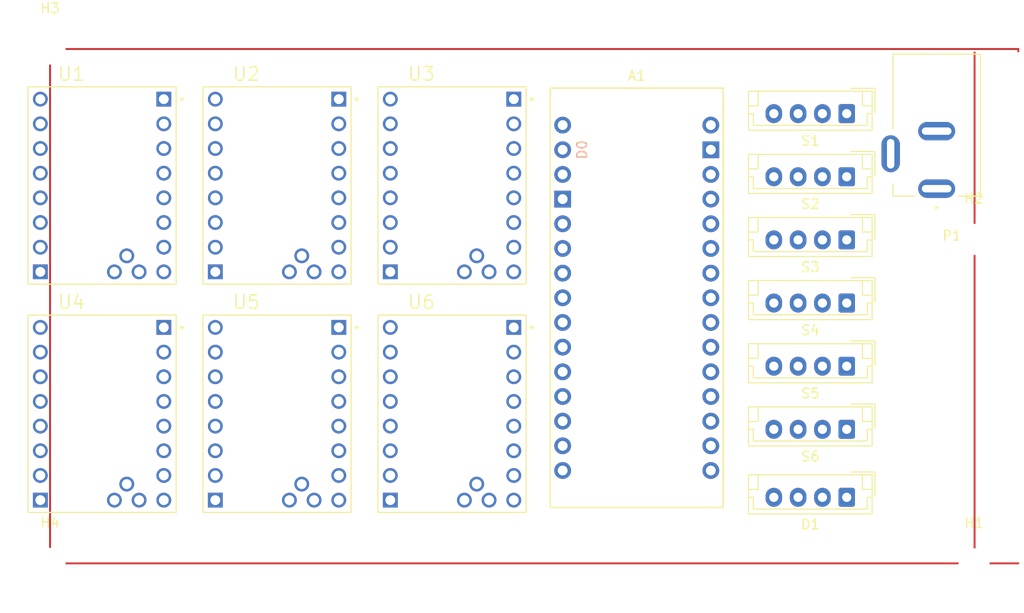
<source format=kicad_pcb>
(kicad_pcb (version 20240108) (generator "pcbnew") (generator_version "8.0")
  (layers (0 "F.Cu" signal) (31 "B.Cu" signal) (34 "B.Paste" user) (35 "F.Paste" user) (36 "B.SilkS" user "B.Silkscreen") (37 "F.SilkS" user "F.Silkscreen") (38 "B.Mask" user) (39 "F.Mask" user) (44 "Edge.Cuts" user))
  (net 0 "")
  (net 1 "S2")
  (net 2 "12v GND")
  (net 3 "S3")
  (net 6 "S5")
  (net 7 "D6")
  (net 8 "S6")
  (net 10 "12v")
  (net 16 "S1")
  (net 17 "D2")
  (net 18 "D5")
  (net 20 "D3")
  (net 22 "SDA")
  (net 23 "D1")
  (net 25 "D4")
  (net 26 "SCL")
  (net 28 "S4")
  (net 29 "5v")
  (net 30 "1 B+")
  (net 31 "1 B-")
  (net 32 "1 A-")
  (net 33 "1 A+")
  (net 34 "2 A+")
  (net 35 "2 A-")
  (net 36 "2 B-")
  (net 37 "2 B+")
  (net 38 "3 B-")
  (net 39 "3 B+")
  (net 40 "3 A+")
  (net 41 "3 A-")
  (net 42 "4 A+")
  (net 43 "4 B-")
  (net 44 "4 B+")
  (net 45 "4 A-")
  (net 46 "5 A-")
  (net 47 "5 B+")
  (net 48 "5 A+")
  (net 49 "5 B-")
  (net 50 "6 A+")
  (net 51 "6 B+")
  (net 52 "6 B-")
  (net 53 "6 A-")
  (footprint "Connector_JST:JST_EH_B4B-EH-A_1x04_P2.50mm_Vertical" (layer "F.Cu") (at 120.95 40.75 180)
    (property "Reference" "S2" (at 3.75 -2.8 360) (layer "F.SilkS"))
    (property "Value" "Conn_01x04" (hide yes))
    (fp_line (start 10.11 2.31) (end 10.11 -1.71) (stroke (width 0.12)) (layer "F.SilkS"))
    (fp_line (start 10.11 0.81) (end 9.11 0.81) (stroke (width 0.12)) (layer "F.SilkS"))
    (fp_line (start 10.11 -1.71) (end -2.61 -1.71) (stroke (width 0.12)) (layer "F.SilkS"))
    (fp_line (start 9.61 0) (end 10.11 0) (stroke (width 0.12)) (layer "F.SilkS"))
    (fp_line (start 9.61 -1.21) (end 9.61 0) (stroke (width 0.12)) (layer "F.SilkS"))
    (fp_line (start 9.11 0.81) (end 9.11 2.31) (stroke (width 0.12)) (layer "F.SilkS"))
    (fp_line (start -1.61 0.81) (end -1.61 2.31) (stroke (width 0.12)) (layer "F.SilkS"))
    (fp_line (start -2.11 0) (end -2.11 -1.21) (stroke (width 0.12)) (layer "F.SilkS"))
    (fp_line (start -2.11 -1.21) (end 9.61 -1.21) (stroke (width 0.12)) (layer "F.SilkS"))
    (fp_line (start -2.61 2.31) (end 10.11 2.31) (stroke (width 0.12)) (layer "F.SilkS"))
    (fp_line (start -2.61 0.81) (end -1.61 0.81) (stroke (width 0.12)) (layer "F.SilkS"))
    (fp_line (start -2.61 0) (end -2.11 0) (stroke (width 0.12)) (layer "F.SilkS"))
    (fp_line (start -2.61 -1.71) (end -2.61 2.31) (stroke (width 0.12)) (layer "F.SilkS"))
    (fp_line (start -2.91 2.61) (end -0.41 2.61) (stroke (width 0.12)) (layer "F.SilkS"))
    (fp_line (start -2.91 0.11) (end -2.91 2.61) (stroke (width 0.12)) (layer "F.SilkS"))
    (pad "1" thru_hole roundrect (at 0 0 180) (size 1.7 1.95) (drill 0.95) (layers "*.Cu" "*.Mask") (roundrect_rratio 0.147059) (net 34 "2 A+"))
    (pad "2" thru_hole oval (at 2.5 0 180) (size 1.7 1.95) (drill 0.95) (layers "*.Cu" "*.Mask") (net 37 "2 B+"))
    (pad "3" thru_hole oval (at 5 0 180) (size 1.7 1.95) (drill 0.95) (layers "*.Cu" "*.Mask") (net 35 "2 A-"))
    (pad "4" thru_hole oval (at 7.5 0 180) (size 1.7 1.95) (drill 0.95) (layers "*.Cu" "*.Mask") (net 36 "2 B-"))
  )
  (footprint "Barrel Jack:MPD_EJ503A" (layer "F.Cu") (at 130.2 35.44 180)
    (property "Reference" "P1" (at -1.575 -11.375 360) (layer "F.SilkS"))
    (property "Value" "EJ503A")
    (fp_line (start 4.5 7.31) (end 4.5 -0.4) (stroke (width 0.127)) (layer "F.SilkS"))
    (fp_line (start 4.5 -6.08) (end 4.5 -7.31) (stroke (width 0.127)) (layer "F.SilkS"))
    (fp_line (start 4.5 -7.31) (end 2.22 -7.31) (stroke (width 0.127)) (layer "F.SilkS"))
    (fp_line (start -2.22 -7.31) (end -4.5 -7.31) (stroke (width 0.127)) (layer "F.SilkS"))
    (fp_line (start -4.5 7.31) (end 4.5 7.31) (stroke (width 0.127)) (layer "F.SilkS"))
    (fp_line (start -4.5 -7.31) (end -4.5 7.31) (stroke (width 0.127)) (layer "F.SilkS"))
    (fp_circle (center 0 -8.49) (end 0.1 -8.49) (stroke (width 0.2)) (fill none) (layer "F.SilkS"))
    (pad "1" thru_hole oval (at 0 -6.54 180) (size 3.8 1.9) (drill oval 3.05 0.76) (layers "*.Cu" "*.Mask") (net 10 "12v"))
    (pad "2" thru_hole oval (at 0 -0.61 180) (size 3.8 1.9) (drill oval 3.05 0.76) (layers "*.Cu" "*.Mask") (net 2 "12v GND"))
    (pad "3" thru_hole oval (at 4.73 -2.94 180) (size 1.9 3.8) (drill oval 0.76 3.05) (layers "*.Cu" "*.Mask"))
  )
  (footprint "Connector_JST:JST_EH_B4B-EH-A_1x04_P2.50mm_Vertical" (layer "F.Cu") (at 120.95 66.75 180)
    (property "Reference" "S6" (at 3.75 -2.8 360) (layer "F.SilkS"))
    (property "Value" "Conn_01x04" (hide yes))
    (fp_line (start 10.11 2.31) (end 10.11 -1.71) (stroke (width 0.12)) (layer "F.SilkS"))
    (fp_line (start 10.11 0.81) (end 9.11 0.81) (stroke (width 0.12)) (layer "F.SilkS"))
    (fp_line (start 10.11 -1.71) (end -2.61 -1.71) (stroke (width 0.12)) (layer "F.SilkS"))
    (fp_line (start 9.61 0) (end 10.11 0) (stroke (width 0.12)) (layer "F.SilkS"))
    (fp_line (start 9.61 -1.21) (end 9.61 0) (stroke (width 0.12)) (layer "F.SilkS"))
    (fp_line (start 9.11 0.81) (end 9.11 2.31) (stroke (width 0.12)) (layer "F.SilkS"))
    (fp_line (start -1.61 0.81) (end -1.61 2.31) (stroke (width 0.12)) (layer "F.SilkS"))
    (fp_line (start -2.11 0) (end -2.11 -1.21) (stroke (width 0.12)) (layer "F.SilkS"))
    (fp_line (start -2.11 -1.21) (end 9.61 -1.21) (stroke (width 0.12)) (layer "F.SilkS"))
    (fp_line (start -2.61 2.31) (end 10.11 2.31) (stroke (width 0.12)) (layer "F.SilkS"))
    (fp_line (start -2.61 0.81) (end -1.61 0.81) (stroke (width 0.12)) (layer "F.SilkS"))
    (fp_line (start -2.61 0) (end -2.11 0) (stroke (width 0.12)) (layer "F.SilkS"))
    (fp_line (start -2.61 -1.71) (end -2.61 2.31) (stroke (width 0.12)) (layer "F.SilkS"))
    (fp_line (start -2.91 2.61) (end -0.41 2.61) (stroke (width 0.12)) (layer "F.SilkS"))
    (fp_line (start -2.91 0.11) (end -2.91 2.61) (stroke (width 0.12)) (layer "F.SilkS"))
    (pad "1" thru_hole roundrect (at 0 0 180) (size 1.7 1.95) (drill 0.95) (layers "*.Cu" "*.Mask") (roundrect_rratio 0.147059) (net 52 "6 B-"))
    (pad "2" thru_hole oval (at 2.5 0 180) (size 1.7 1.95) (drill 0.95) (layers "*.Cu" "*.Mask") (net 53 "6 A-"))
    (pad "3" thru_hole oval (at 5 0 180) (size 1.7 1.95) (drill 0.95) (layers "*.Cu" "*.Mask") (net 51 "6 B+"))
    (pad "4" thru_hole oval (at 7.5 0 180) (size 1.7 1.95) (drill 0.95) (layers "*.Cu" "*.Mask") (net 50 "6 A+"))
  )
  (footprint "TMC2208:MODULE_TMC2208_SILENTSTEPSTICK" (layer "F.Cu") (at 62.35 41.65)
    (property "Reference" "U2" (at -3.155 -11.489 0) (layer "F.SilkS") (effects (font (size 1.4 1.4))))
    (property "Value" "TMC2208_SILENTSTEPSTICK" (hide yes))
    (fp_line (start -7.62 -10.16) (end -7.62 10.16) (stroke (width 0.127)) (layer "F.SilkS"))
    (fp_line (start -7.62 10.16) (end 7.62 10.16) (stroke (width 0.127)) (layer "F.SilkS"))
    (fp_line (start 7.62 -10.16) (end -7.62 -10.16) (stroke (width 0.127)) (layer "F.SilkS"))
    (fp_line (start 7.62 10.16) (end 7.62 -10.16) (stroke (width 0.127)) (layer "F.SilkS"))
    (fp_circle (center 8.21 -8.89) (end 8.31 -8.89) (stroke (width 0.2)) (fill none) (layer "F.SilkS"))
    (pad "JP1_1" thru_hole rect (at 6.35 -8.89) (size 1.524 1.524) (drill 1.016) (layers "*.Cu" "*.Mask") (net 17 "D2"))
    (pad "JP1_2" thru_hole circle (at 6.35 -6.35) (size 1.524 1.524) (drill 1.016) (layers "*.Cu" "*.Mask") (net 1 "S2"))
    (pad "JP1_3" thru_hole circle (at 6.35 -3.81) (size 1.524 1.524) (drill 1.016) (layers "*.Cu" "*.Mask"))
    (pad "JP1_4" thru_hole circle (at 6.35 -1.27) (size 1.524 1.524) (drill 1.016) (layers "*.Cu" "*.Mask"))
    (pad "JP1_5" thru_hole circle (at 6.35 1.27) (size 1.524 1.524) (drill 1.016) (layers "*.Cu" "*.Mask"))
    (pad "JP1_6" thru_hole circle (at 6.35 3.81) (size 1.524 1.524) (drill 1.016) (layers "*.Cu" "*.Mask"))
    (pad "JP1_7" thru_hole circle (at 6.35 6.35) (size 1.524 1.524) (drill 1.016) (layers "*.Cu" "*.Mask"))
    (pad "JP1_8" thru_hole circle (at 6.35 8.89) (size 1.524 1.524) (drill 1.016) (layers "*.Cu" "*.Mask"))
    (pad "JP2_1" thru_hole rect (at -6.35 8.89) (size 1.524 1.524) (drill 1.016) (layers "*.Cu" "*.Mask") (net 10 "12v"))
    (pad "JP2_2" thru_hole circle (at -6.35 6.35) (size 1.524 1.524) (drill 1.016) (layers "*.Cu" "*.Mask") (net 2 "12v GND"))
    (pad "JP2_3" thru_hole circle (at -6.35 3.81) (size 1.524 1.524) (drill 1.016) (layers "*.Cu" "*.Mask") (net 35 "2 A-"))
    (pad "JP2_4" thru_hole circle (at -6.35 1.27) (size 1.524 1.524) (drill 1.016) (layers "*.Cu" "*.Mask") (net 34 "2 A+"))
    (pad "JP2_5" thru_hole circle (at -6.35 -1.27) (size 1.524 1.524) (drill 1.016) (layers "*.Cu" "*.Mask") (net 37 "2 B+"))
    (pad "JP2_6" thru_hole circle (at -6.35 -3.81) (size 1.524 1.524) (drill 1.016) (layers "*.Cu" "*.Mask") (net 36 "2 B-"))
    (pad "JP2_7" thru_hole circle (at -6.35 -6.35) (size 1.524 1.524) (drill 1.016) (layers "*.Cu" "*.Mask") (net 29 "5v"))
    (pad "JP2_8" thru_hole circle (at -6.35 -8.89) (size 1.524 1.524) (drill 1.016) (layers "*.Cu" "*.Mask") (net 2 "12v GND"))
    (pad "JP3_1" thru_hole circle (at 1.27 8.89) (size 1.524 1.524) (drill 1.016) (layers "*.Cu" "*.Mask"))
    (pad "JP3_2" thru_hole circle (at 3.81 8.89) (size 1.524 1.524) (drill 1.016) (layers "*.Cu" "*.Mask"))
    (pad "VREF" thru_hole circle (at 2.54 7.239) (size 1.524 1.524) (drill 1.016) (layers "*.Cu" "*.Mask"))
  )
  (footprint "MountingHole:MountingHole_3.2mm_M3" (layer "F.Cu") (at 39 80.55)
    (property "Reference" "H4" (at 0 -4.2 0) (layer "F.SilkS"))
    (property "Value" "MountingHole")
    (pad "" np_thru_hole circle (at 0 0) (size 3.2 3.2) (drill 3.2) (layers "*.Cu" "*.Mask"))
  )
  (footprint "MountingHole:MountingHole_3.2mm_M3" (layer "F.Cu") (at 39 27.6)
    (property "Reference" "H3" (at 0 -4.2 0) (layer "F.SilkS"))
    (property "Value" "MountingHole")
    (pad "" np_thru_hole circle (at 0 0) (size 3.2 3.2) (drill 3.2) (layers "*.Cu" "*.Mask"))
  )
  (footprint "PCM_arduino-library:Arduino_Nano_ESP32_Socket" (layer "F.Cu") (at 99.35 74.8)
    (property "Reference" "A1" (at 0 -44.45 0) (layer "F.SilkS"))
    (property "Value" "Arduino_Nano_ESP32_Socket")
    (fp_line (start -8.89 -43.18) (end -8.89 0) (stroke (width 0.15)) (layer "F.SilkS"))
    (fp_line (start -8.89 -43.18) (end 8.89 -43.18) (stroke (width 0.15)) (layer "F.SilkS"))
    (fp_line (start -8.89 0) (end 8.89 0) (stroke (width 0.15)) (layer "F.SilkS"))
    (fp_line (start 8.89 -43.18) (end 8.89 0) (stroke (width 0.15)) (layer "F.SilkS"))
    (fp_text user "D0" (at -5.715 -36.83 -90) (layer "B.SilkS") (effects (justify mirror)))
    (fp_text user "D0" (at -5.715 -36.83 -90) (layer "F.SilkS"))
    (pad "" np_thru_hole circle (at -7.62 -41.91) (size 1.8 1.8) (drill 1.8) (layers "F&B.Cu" "*.Mask"))
    (pad "" np_thru_hole circle (at -7.62 -1.27) (size 1.8 1.8) (drill 1.8) (layers "F&B.Cu" "*.Mask"))
    (pad "" np_thru_hole circle (at 7.62 -41.91) (size 1.8 1.8) (drill 1.8) (layers "F&B.Cu" "*.Mask"))
    (pad "" np_thru_hole circle (at 7.62 -1.27) (size 1.8 1.8) (drill 1.8) (layers "F&B.Cu" "*.Mask"))
    (pad "3V3" thru_hole circle (at 7.62 -6.35) (size 1.7272 1.7272) (drill 1.016) (layers "*.Cu" "*.Mask"))
    (pad "5V" thru_hole circle (at 7.62 -31.75) (size 1.7272 1.7272) (drill 1.016) (layers "*.Cu" "*.Mask") (net 29 "5v"))
    (pad "A0" thru_hole circle (at 7.62 -11.43) (size 1.7272 1.7272) (drill 1.016) (layers "*.Cu" "*.Mask"))
    (pad "A1" thru_hole circle (at 7.62 -13.97) (size 1.7272 1.7272) (drill 1.016) (layers "*.Cu" "*.Mask"))
    (pad "A2" thru_hole circle (at 7.62 -16.51) (size 1.7272 1.7272) (drill 1.016) (layers "*.Cu" "*.Mask"))
    (pad "A3" thru_hole circle (at 7.62 -19.05) (size 1.7272 1.7272) (drill 1.016) (layers "*.Cu" "*.Mask"))
    (pad "A4" thru_hole circle (at 7.62 -21.59) (size 1.7272 1.7272) (drill 1.016) (layers "*.Cu" "*.Mask") (net 22 "SDA"))
    (pad "A5" thru_hole circle (at 7.62 -24.13) (size 1.7272 1.7272) (drill 1.016) (layers "*.Cu" "*.Mask") (net 26 "SCL"))
    (pad "A6" thru_hole circle (at 7.62 -26.67) (size 1.7272 1.7272) (drill 1.016) (layers "*.Cu" "*.Mask"))
    (pad "A7" thru_hole circle (at 7.62 -29.21) (size 1.7272 1.7272) (drill 1.016) (layers "*.Cu" "*.Mask"))
    (pad "B0" thru_hole circle (at 7.62 -8.89) (size 1.7272 1.7272) (drill 1.016) (layers "*.Cu" "*.Mask"))
    (pad "B1" thru_hole circle (at 7.62 -34.29) (size 1.7272 1.7272) (drill 1.016) (layers "*.Cu" "*.Mask"))
    (pad "D0" thru_hole circle (at -7.62 -36.83) (size 1.7272 1.7272) (drill 1.016) (layers "*.Cu" "*.Mask"))
    (pad "D1" thru_hole circle (at -7.62 -39.37) (size 1.7272 1.7272) (drill 1.016) (layers "*.Cu" "*.Mask"))
    (pad "D2" thru_hole circle (at -7.62 -29.21) (size 1.7272 1.7272) (drill 1.016) (layers "*.Cu" "*.Mask") (net 16 "S1"))
    (pad "D3" thru_hole circle (at -7.62 -26.67) (size 1.7272 1.7272) (drill 1.016) (layers "*.Cu" "*.Mask") (net 23 "D1"))
    (pad "D4" thru_hole circle (at -7.62 -24.13) (size 1.7272 1.7272) (drill 1.016) (layers "*.Cu" "*.Mask") (net 1 "S2"))
    (pad "D5" thru_hole circle (at -7.62 -21.59) (size 1.7272 1.7272) (drill 1.016) (layers "*.Cu" "*.Mask") (net 17 "D2"))
    (pad "D6" thru_hole circle (at -7.62 -19.05) (size 1.7272 1.7272) (drill 1.016) (layers "*.Cu" "*.Mask") (net 3 "S3"))
    (pad "D7" thru_hole circle (at -7.62 -16.51) (size 1.7272 1.7272) (drill 1.016) (layers "*.Cu" "*.Mask") (net 20 "D3"))
    (pad "D8" thru_hole circle (at -7.62 -13.97) (size 1.7272 1.7272) (drill 1.016) (layers "*.Cu" "*.Mask") (net 28 "S4"))
    (pad "D9" thru_hole circle (at -7.62 -11.43) (size 1.7272 1.7272) (drill 1.016) (layers "*.Cu" "*.Mask") (net 25 "D4"))
    (pad "D10" thru_hole circle (at -7.62 -8.89) (size 1.7272 1.7272) (drill 1.016) (layers "*.Cu" "*.Mask") (net 6 "S5"))
    (pad "D11" thru_hole circle (at -7.62 -6.35) (size 1.7272 1.7272) (drill 1.016) (layers "*.Cu" "*.Mask") (net 18 "D5"))
    (pad "D12" thru_hole circle (at -7.62 -3.81) (size 1.7272 1.7272) (drill 1.016) (layers "*.Cu" "*.Mask") (net 8 "S6"))
    (pad "D13" thru_hole circle (at 7.62 -3.81) (size 1.7272 1.7272) (drill 1.016) (layers "*.Cu" "*.Mask") (net 7 "D6"))
    (pad "GND1" thru_hole rect (at -7.62 -31.75) (size 1.7272 1.7272) (drill 1.016) (layers "*.Cu" "*.Mask") (net 2 "12v GND"))
    (pad "GND2" thru_hole rect (at 7.62 -36.83) (size 1.7272 1.7272) (drill 1.016) (layers "*.Cu" "*.Mask") (net 2 "12v GND"))
    (pad "RST" thru_hole circle (at -7.62 -34.29) (size 1.7272 1.7272) (drill 1.016) (layers "*.Cu" "*.Mask"))
    (pad "VIN" thru_hole circle (at 7.62 -39.37) (size 1.7272 1.7272) (drill 1.016) (layers "*.Cu" "*.Mask") (net 10 "12v"))
  )
  (footprint "TMC2208:MODULE_TMC2208_SILENTSTEPSTICK" (layer "F.Cu") (at 80.35 41.65)
    (property "Reference" "U3" (at -3.155 -11.489 0) (layer "F.SilkS") (effects (font (size 1.4 1.4))))
    (property "Value" "TMC2208_SILENTSTEPSTICK" (hide yes))
    (fp_line (start -7.62 -10.16) (end -7.62 10.16) (stroke (width 0.127)) (layer "F.SilkS"))
    (fp_line (start -7.62 10.16) (end 7.62 10.16) (stroke (width 0.127)) (layer "F.SilkS"))
    (fp_line (start 7.62 -10.16) (end -7.62 -10.16) (stroke (width 0.127)) (layer "F.SilkS"))
    (fp_line (start 7.62 10.16) (end 7.62 -10.16) (stroke (width 0.127)) (layer "F.SilkS"))
    (fp_circle (center 8.21 -8.89) (end 8.31 -8.89) (stroke (width 0.2)) (fill none) (layer "F.SilkS"))
    (pad "JP1_1" thru_hole rect (at 6.35 -8.89) (size 1.524 1.524) (drill 1.016) (layers "*.Cu" "*.Mask") (net 20 "D3"))
    (pad "JP1_2" thru_hole circle (at 6.35 -6.35) (size 1.524 1.524) (drill 1.016) (layers "*.Cu" "*.Mask") (net 3 "S3"))
    (pad "JP1_3" thru_hole circle (at 6.35 -3.81) (size 1.524 1.524) (drill 1.016) (layers "*.Cu" "*.Mask"))
    (pad "JP1_4" thru_hole circle (at 6.35 -1.27) (size 1.524 1.524) (drill 1.016) (layers "*.Cu" "*.Mask"))
    (pad "JP1_5" thru_hole circle (at 6.35 1.27) (size 1.524 1.524) (drill 1.016) (layers "*.Cu" "*.Mask"))
    (pad "JP1_6" thru_hole circle (at 6.35 3.81) (size 1.524 1.524) (drill 1.016) (layers "*.Cu" "*.Mask"))
    (pad "JP1_7" thru_hole circle (at 6.35 6.35) (size 1.524 1.524) (drill 1.016) (layers "*.Cu" "*.Mask"))
    (pad "JP1_8" thru_hole circle (at 6.35 8.89) (size 1.524 1.524) (drill 1.016) (layers "*.Cu" "*.Mask"))
    (pad "JP2_1" thru_hole rect (at -6.35 8.89) (size 1.524 1.524) (drill 1.016) (layers "*.Cu" "*.Mask") (net 10 "12v"))
    (pad "JP2_2" thru_hole circle (at -6.35 6.35) (size 1.524 1.524) (drill 1.016) (layers "*.Cu" "*.Mask") (net 2 "12v GND"))
    (pad "JP2_3" thru_hole circle (at -6.35 3.81) (size 1.524 1.524) (drill 1.016) (layers "*.Cu" "*.Mask") (net 41 "3 A-"))
    (pad "JP2_4" thru_hole circle (at -6.35 1.27) (size 1.524 1.524) (drill 1.016) (layers "*.Cu" "*.Mask") (net 40 "3 A+"))
    (pad "JP2_5" thru_hole circle (at -6.35 -1.27) (size 1.524 1.524) (drill 1.016) (layers "*.Cu" "*.Mask") (net 39 "3 B+"))
    (pad "JP2_6" thru_hole circle (at -6.35 -3.81) (size 1.524 1.524) (drill 1.016) (layers "*.Cu" "*.Mask") (net 38 "3 B-"))
    (pad "JP2_7" thru_hole circle (at -6.35 -6.35) (size 1.524 1.524) (drill 1.016) (layers "*.Cu" "*.Mask") (net 29 "5v"))
    (pad "JP2_8" thru_hole circle (at -6.35 -8.89) (size 1.524 1.524) (drill 1.016) (layers "*.Cu" "*.Mask") (net 2 "12v GND"))
    (pad "JP3_1" thru_hole circle (at 1.27 8.89) (size 1.524 1.524) (drill 1.016) (layers "*.Cu" "*.Mask"))
    (pad "JP3_2" thru_hole circle (at 3.81 8.89) (size 1.524 1.524) (drill 1.016) (layers "*.Cu" "*.Mask"))
    (pad "VREF" thru_hole circle (at 2.54 7.239) (size 1.524 1.524) (drill 1.016) (layers "*.Cu" "*.Mask"))
  )
  (footprint "Connector_JST:JST_EH_B4B-EH-A_1x04_P2.50mm_Vertical" (layer "F.Cu") (at 120.95 60.25 180)
    (property "Reference" "S5" (at 3.75 -2.8 360) (layer "F.SilkS"))
    (property "Value" "Conn_01x04" (hide yes))
    (fp_line (start 10.11 2.31) (end 10.11 -1.71) (stroke (width 0.12)) (layer "F.SilkS"))
    (fp_line (start 10.11 0.81) (end 9.11 0.81) (stroke (width 0.12)) (layer "F.SilkS"))
    (fp_line (start 10.11 -1.71) (end -2.61 -1.71) (stroke (width 0.12)) (layer "F.SilkS"))
    (fp_line (start 9.61 0) (end 10.11 0) (stroke (width 0.12)) (layer "F.SilkS"))
    (fp_line (start 9.61 -1.21) (end 9.61 0) (stroke (width 0.12)) (layer "F.SilkS"))
    (fp_line (start 9.11 0.81) (end 9.11 2.31) (stroke (width 0.12)) (layer "F.SilkS"))
    (fp_line (start -1.61 0.81) (end -1.61 2.31) (stroke (width 0.12)) (layer "F.SilkS"))
    (fp_line (start -2.11 0) (end -2.11 -1.21) (stroke (width 0.12)) (layer "F.SilkS"))
    (fp_line (start -2.11 -1.21) (end 9.61 -1.21) (stroke (width 0.12)) (layer "F.SilkS"))
    (fp_line (start -2.61 2.31) (end 10.11 2.31) (stroke (width 0.12)) (layer "F.SilkS"))
    (fp_line (start -2.61 0.81) (end -1.61 0.81) (stroke (width 0.12)) (layer "F.SilkS"))
    (fp_line (start -2.61 0) (end -2.11 0) (stroke (width 0.12)) (layer "F.SilkS"))
    (fp_line (start -2.61 -1.71) (end -2.61 2.31) (stroke (width 0.12)) (layer "F.SilkS"))
    (fp_line (start -2.91 2.61) (end -0.41 2.61) (stroke (width 0.12)) (layer "F.SilkS"))
    (fp_line (start -2.91 0.11) (end -2.91 2.61) (stroke (width 0.12)) (layer "F.SilkS"))
    (pad "1" thru_hole roundrect (at 0 0 180) (size 1.7 1.95) (drill 0.95) (layers "*.Cu" "*.Mask") (roundrect_rratio 0.147059) (net 49 "5 B-"))
    (pad "2" thru_hole oval (at 2.5 0 180) (size 1.7 1.95) (drill 0.95) (layers "*.Cu" "*.Mask") (net 46 "5 A-"))
    (pad "3" thru_hole oval (at 5 0 180) (size 1.7 1.95) (drill 0.95) (layers "*.Cu" "*.Mask") (net 47 "5 B+"))
    (pad "4" thru_hole oval (at 7.5 0 180) (size 1.7 1.95) (drill 0.95) (layers "*.Cu" "*.Mask") (net 48 "5 A+"))
  )
  (footprint "Connector_JST:JST_EH_B4B-EH-A_1x04_P2.50mm_Vertical" (layer "F.Cu") (at 120.95 53.75 180)
    (property "Reference" "S4" (at 3.75 -2.8 360) (layer "F.SilkS"))
    (property "Value" "Conn_01x04" (hide yes))
    (fp_line (start 10.11 2.31) (end 10.11 -1.71) (stroke (width 0.12)) (layer "F.SilkS"))
    (fp_line (start 10.11 0.81) (end 9.11 0.81) (stroke (width 0.12)) (layer "F.SilkS"))
    (fp_line (start 10.11 -1.71) (end -2.61 -1.71) (stroke (width 0.12)) (layer "F.SilkS"))
    (fp_line (start 9.61 0) (end 10.11 0) (stroke (width 0.12)) (layer "F.SilkS"))
    (fp_line (start 9.61 -1.21) (end 9.61 0) (stroke (width 0.12)) (layer "F.SilkS"))
    (fp_line (start 9.11 0.81) (end 9.11 2.31) (stroke (width 0.12)) (layer "F.SilkS"))
    (fp_line (start -1.61 0.81) (end -1.61 2.31) (stroke (width 0.12)) (layer "F.SilkS"))
    (fp_line (start -2.11 0) (end -2.11 -1.21) (stroke (width 0.12)) (layer "F.SilkS"))
    (fp_line (start -2.11 -1.21) (end 9.61 -1.21) (stroke (width 0.12)) (layer "F.SilkS"))
    (fp_line (start -2.61 2.31) (end 10.11 2.31) (stroke (width 0.12)) (layer "F.SilkS"))
    (fp_line (start -2.61 0.81) (end -1.61 0.81) (stroke (width 0.12)) (layer "F.SilkS"))
    (fp_line (start -2.61 0) (end -2.11 0) (stroke (width 0.12)) (layer "F.SilkS"))
    (fp_line (start -2.61 -1.71) (end -2.61 2.31) (stroke (width 0.12)) (layer "F.SilkS"))
    (fp_line (start -2.91 2.61) (end -0.41 2.61) (stroke (width 0.12)) (layer "F.SilkS"))
    (fp_line (start -2.91 0.11) (end -2.91 2.61) (stroke (width 0.12)) (layer "F.SilkS"))
    (pad "1" thru_hole roundrect (at 0 0 180) (size 1.7 1.95) (drill 0.95) (layers "*.Cu" "*.Mask") (roundrect_rratio 0.147059) (net 43 "4 B-"))
    (pad "2" thru_hole oval (at 2.5 0 180) (size 1.7 1.95) (drill 0.95) (layers "*.Cu" "*.Mask") (net 45 "4 A-"))
    (pad "3" thru_hole oval (at 5 0 180) (size 1.7 1.95) (drill 0.95) (layers "*.Cu" "*.Mask") (net 44 "4 B+"))
    (pad "4" thru_hole oval (at 7.5 0 180) (size 1.7 1.95) (drill 0.95) (layers "*.Cu" "*.Mask") (net 42 "4 A+"))
  )
  (footprint "TMC2208:MODULE_TMC2208_SILENTSTEPSTICK" (layer "F.Cu") (at 44.35 65.15)
    (property "Reference" "U4" (at -3.155 -11.489 0) (layer "F.SilkS") (effects (font (size 1.4 1.4))))
    (property "Value" "TMC2208_SILENTSTEPSTICK" (hide yes))
    (fp_line (start -7.62 -10.16) (end -7.62 10.16) (stroke (width 0.127)) (layer "F.SilkS"))
    (fp_line (start -7.62 10.16) (end 7.62 10.16) (stroke (width 0.127)) (layer "F.SilkS"))
    (fp_line (start 7.62 -10.16) (end -7.62 -10.16) (stroke (width 0.127)) (layer "F.SilkS"))
    (fp_line (start 7.62 10.16) (end 7.62 -10.16) (stroke (width 0.127)) (layer "F.SilkS"))
    (fp_circle (center 8.21 -8.89) (end 8.31 -8.89) (stroke (width 0.2)) (fill none) (layer "F.SilkS"))
    (pad "JP1_1" thru_hole rect (at 6.35 -8.89) (size 1.524 1.524) (drill 1.016) (layers "*.Cu" "*.Mask") (net 25 "D4"))
    (pad "JP1_2" thru_hole circle (at 6.35 -6.35) (size 1.524 1.524) (drill 1.016) (layers "*.Cu" "*.Mask") (net 28 "S4"))
    (pad "JP1_3" thru_hole circle (at 6.35 -3.81) (size 1.524 1.524) (drill 1.016) (layers "*.Cu" "*.Mask"))
    (pad "JP1_4" thru_hole circle (at 6.35 -1.27) (size 1.524 1.524) (drill 1.016) (layers "*.Cu" "*.Mask"))
    (pad "JP1_5" thru_hole circle (at 6.35 1.27) (size 1.524 1.524) (drill 1.016) (layers "*.Cu" "*.Mask"))
    (pad "JP1_6" thru_hole circle (at 6.35 3.81) (size 1.524 1.524) (drill 1.016) (layers "*.Cu" "*.Mask"))
    (pad "JP1_7" thru_hole circle (at 6.35 6.35) (size 1.524 1.524) (drill 1.016) (layers "*.Cu" "*.Mask"))
    (pad "JP1_8" thru_hole circle (at 6.35 8.89) (size 1.524 1.524) (drill 1.016) (layers "*.Cu" "*.Mask"))
    (pad "JP2_1" thru_hole rect (at -6.35 8.89) (size 1.524 1.524) (drill 1.016) (layers "*.Cu" "*.Mask") (net 10 "12v"))
    (pad "JP2_2" thru_hole circle (at -6.35 6.35) (size 1.524 1.524) (drill 1.016) (layers "*.Cu" "*.Mask") (net 2 "12v GND"))
    (pad "JP2_3" thru_hole circle (at -6.35 3.81) (size 1.524 1.524) (drill 1.016) (layers "*.Cu" "*.Mask") (net 45 "4 A-"))
    (pad "JP2_4" thru_hole circle (at -6.35 1.27) (size 1.524 1.524) (drill 1.016) (layers "*.Cu" "*.Mask") (net 42 "4 A+"))
    (pad "JP2_5" thru_hole circle (at -6.35 -1.27) (size 1.524 1.524) (drill 1.016) (layers "*.Cu" "*.Mask") (net 44 "4 B+"))
    (pad "JP2_6" thru_hole circle (at -6.35 -3.81) (size 1.524 1.524) (drill 1.016) (layers "*.Cu" "*.Mask") (net 43 "4 B-"))
    (pad "JP2_7" thru_hole circle (at -6.35 -6.35) (size 1.524 1.524) (drill 1.016) (layers "*.Cu" "*.Mask") (net 29 "5v"))
    (pad "JP2_8" thru_hole circle (at -6.35 -8.89) (size 1.524 1.524) (drill 1.016) (layers "*.Cu" "*.Mask") (net 2 "12v GND"))
    (pad "JP3_1" thru_hole circle (at 1.27 8.89) (size 1.524 1.524) (drill 1.016) (layers "*.Cu" "*.Mask"))
    (pad "JP3_2" thru_hole circle (at 3.81 8.89) (size 1.524 1.524) (drill 1.016) (layers "*.Cu" "*.Mask"))
    (pad "VREF" thru_hole circle (at 2.54 7.239) (size 1.524 1.524) (drill 1.016) (layers "*.Cu" "*.Mask"))
  )
  (footprint "Connector_JST:JST_EH_B4B-EH-A_1x04_P2.50mm_Vertical" (layer "F.Cu") (at 120.95 47.25 180)
    (property "Reference" "S3" (at 3.75 -2.8 360) (layer "F.SilkS"))
    (property "Value" "Conn_01x04" (hide yes))
    (fp_line (start 10.11 2.31) (end 10.11 -1.71) (stroke (width 0.12)) (layer "F.SilkS"))
    (fp_line (start 10.11 0.81) (end 9.11 0.81) (stroke (width 0.12)) (layer "F.SilkS"))
    (fp_line (start 10.11 -1.71) (end -2.61 -1.71) (stroke (width 0.12)) (layer "F.SilkS"))
    (fp_line (start 9.61 0) (end 10.11 0) (stroke (width 0.12)) (layer "F.SilkS"))
    (fp_line (start 9.61 -1.21) (end 9.61 0) (stroke (width 0.12)) (layer "F.SilkS"))
    (fp_line (start 9.11 0.81) (end 9.11 2.31) (stroke (width 0.12)) (layer "F.SilkS"))
    (fp_line (start -1.61 0.81) (end -1.61 2.31) (stroke (width 0.12)) (layer "F.SilkS"))
    (fp_line (start -2.11 0) (end -2.11 -1.21) (stroke (width 0.12)) (layer "F.SilkS"))
    (fp_line (start -2.11 -1.21) (end 9.61 -1.21) (stroke (width 0.12)) (layer "F.SilkS"))
    (fp_line (start -2.61 2.31) (end 10.11 2.31) (stroke (width 0.12)) (layer "F.SilkS"))
    (fp_line (start -2.61 0.81) (end -1.61 0.81) (stroke (width 0.12)) (layer "F.SilkS"))
    (fp_line (start -2.61 0) (end -2.11 0) (stroke (width 0.12)) (layer "F.SilkS"))
    (fp_line (start -2.61 -1.71) (end -2.61 2.31) (stroke (width 0.12)) (layer "F.SilkS"))
    (fp_line (start -2.91 2.61) (end -0.41 2.61) (stroke (width 0.12)) (layer "F.SilkS"))
    (fp_line (start -2.91 0.11) (end -2.91 2.61) (stroke (width 0.12)) (layer "F.SilkS"))
    (pad "1" thru_hole roundrect (at 0 0 180) (size 1.7 1.95) (drill 0.95) (layers "*.Cu" "*.Mask") (roundrect_rratio 0.147059) (net 40 "3 A+"))
    (pad "2" thru_hole oval (at 2.5 0 180) (size 1.7 1.95) (drill 0.95) (layers "*.Cu" "*.Mask") (net 39 "3 B+"))
    (pad "3" thru_hole oval (at 5 0 180) (size 1.7 1.95) (drill 0.95) (layers "*.Cu" "*.Mask") (net 41 "3 A-"))
    (pad "4" thru_hole oval (at 7.5 0 180) (size 1.7 1.95) (drill 0.95) (layers "*.Cu" "*.Mask") (net 38 "3 B-"))
  )
  (footprint "MountingHole:MountingHole_3.2mm_M3" (layer "F.Cu") (at 134.05 80.6)
    (property "Reference" "H1" (at 0 -4.2 0) (layer "F.SilkS"))
    (property "Value" "MountingHole")
    (pad "" np_thru_hole circle (at 0 0) (size 3.2 3.2) (drill 3.2) (layers "*.Cu" "*.Mask"))
  )
  (footprint "TMC2208:MODULE_TMC2208_SILENTSTEPSTICK" (layer "F.Cu") (at 80.35 65.15)
    (property "Reference" "U6" (at -3.155 -11.489 0) (layer "F.SilkS") (effects (font (size 1.4 1.4))))
    (property "Value" "TMC2208_SILENTSTEPSTICK" (hide yes))
    (fp_line (start -7.62 -10.16) (end -7.62 10.16) (stroke (width 0.127)) (layer "F.SilkS"))
    (fp_line (start -7.62 10.16) (end 7.62 10.16) (stroke (width 0.127)) (layer "F.SilkS"))
    (fp_line (start 7.62 -10.16) (end -7.62 -10.16) (stroke (width 0.127)) (layer "F.SilkS"))
    (fp_line (start 7.62 10.16) (end 7.62 -10.16) (stroke (width 0.127)) (layer "F.SilkS"))
    (fp_circle (center 8.21 -8.89) (end 8.31 -8.89) (stroke (width 0.2)) (fill none) (layer "F.SilkS"))
    (pad "JP1_1" thru_hole rect (at 6.35 -8.89) (size 1.524 1.524) (drill 1.016) (layers "*.Cu" "*.Mask") (net 7 "D6"))
    (pad "JP1_2" thru_hole circle (at 6.35 -6.35) (size 1.524 1.524) (drill 1.016) (layers "*.Cu" "*.Mask") (net 8 "S6"))
    (pad "JP1_3" thru_hole circle (at 6.35 -3.81) (size 1.524 1.524) (drill 1.016) (layers "*.Cu" "*.Mask"))
    (pad "JP1_4" thru_hole circle (at 6.35 -1.27) (size 1.524 1.524) (drill 1.016) (layers "*.Cu" "*.Mask"))
    (pad "JP1_5" thru_hole circle (at 6.35 1.27) (size 1.524 1.524) (drill 1.016) (layers "*.Cu" "*.Mask"))
    (pad "JP1_6" thru_hole circle (at 6.35 3.81) (size 1.524 1.524) (drill 1.016) (layers "*.Cu" "*.Mask"))
    (pad "JP1_7" thru_hole circle (at 6.35 6.35) (size 1.524 1.524) (drill 1.016) (layers "*.Cu" "*.Mask"))
    (pad "JP1_8" thru_hole circle (at 6.35 8.89) (size 1.524 1.524) (drill 1.016) (layers "*.Cu" "*.Mask"))
    (pad "JP2_1" thru_hole rect (at -6.35 8.89) (size 1.524 1.524) (drill 1.016) (layers "*.Cu" "*.Mask") (net 10 "12v"))
    (pad "JP2_2" thru_hole circle (at -6.35 6.35) (size 1.524 1.524) (drill 1.016) (layers "*.Cu" "*.Mask") (net 2 "12v GND"))
    (pad "JP2_3" thru_hole circle (at -6.35 3.81) (size 1.524 1.524) (drill 1.016) (layers "*.Cu" "*.Mask") (net 53 "6 A-"))
    (pad "JP2_4" thru_hole circle (at -6.35 1.27) (size 1.524 1.524) (drill 1.016) (layers "*.Cu" "*.Mask") (net 50 "6 A+"))
    (pad "JP2_5" thru_hole circle (at -6.35 -1.27) (size 1.524 1.524) (drill 1.016) (layers "*.Cu" "*.Mask") (net 51 "6 B+"))
    (pad "JP2_6" thru_hole circle (at -6.35 -3.81) (size 1.524 1.524) (drill 1.016) (layers "*.Cu" "*.Mask") (net 52 "6 B-"))
    (pad "JP2_7" thru_hole circle (at -6.35 -6.35) (size 1.524 1.524) (drill 1.016) (layers "*.Cu" "*.Mask") (net 29 "5v"))
    (pad "JP2_8" thru_hole circle (at -6.35 -8.89) (size 1.524 1.524) (drill 1.016) (layers "*.Cu" "*.Mask") (net 2 "12v GND"))
    (pad "JP3_1" thru_hole circle (at 1.27 8.89) (size 1.524 1.524) (drill 1.016) (layers "*.Cu" "*.Mask"))
    (pad "JP3_2" thru_hole circle (at 3.81 8.89) (size 1.524 1.524) (drill 1.016) (layers "*.Cu" "*.Mask"))
    (pad "VREF" thru_hole circle (at 2.54 7.239) (size 1.524 1.524) (drill 1.016) (layers "*.Cu" "*.Mask"))
  )
  (footprint "Connector_JST:JST_EH_B4B-EH-A_1x04_P2.50mm_Vertical" (layer "F.Cu") (at 120.95 34.25 180)
    (property "Reference" "S1" (at 3.75 -2.8 360) (layer "F.SilkS"))
    (property "Value" "Conn_01x04" (hide yes))
    (fp_line (start 10.11 2.31) (end 10.11 -1.71) (stroke (width 0.12)) (layer "F.SilkS"))
    (fp_line (start 10.11 0.81) (end 9.11 0.81) (stroke (width 0.12)) (layer "F.SilkS"))
    (fp_line (start 10.11 -1.71) (end -2.61 -1.71) (stroke (width 0.12)) (layer "F.SilkS"))
    (fp_line (start 9.61 0) (end 10.11 0) (stroke (width 0.12)) (layer "F.SilkS"))
    (fp_line (start 9.61 -1.21) (end 9.61 0) (stroke (width 0.12)) (layer "F.SilkS"))
    (fp_line (start 9.11 0.81) (end 9.11 2.31) (stroke (width 0.12)) (layer "F.SilkS"))
    (fp_line (start -1.61 0.81) (end -1.61 2.31) (stroke (width 0.12)) (layer "F.SilkS"))
    (fp_line (start -2.11 0) (end -2.11 -1.21) (stroke (width 0.12)) (layer "F.SilkS"))
    (fp_line (start -2.11 -1.21) (end 9.61 -1.21) (stroke (width 0.12)) (layer "F.SilkS"))
    (fp_line (start -2.61 2.31) (end 10.11 2.31) (stroke (width 0.12)) (layer "F.SilkS"))
    (fp_line (start -2.61 0.81) (end -1.61 0.81) (stroke (width 0.12)) (layer "F.SilkS"))
    (fp_line (start -2.61 0) (end -2.11 0) (stroke (width 0.12)) (layer "F.SilkS"))
    (fp_line (start -2.61 -1.71) (end -2.61 2.31) (stroke (width 0.12)) (layer "F.SilkS"))
    (fp_line (start -2.91 2.61) (end -0.41 2.61) (stroke (width 0.12)) (layer "F.SilkS"))
    (fp_line (start -2.91 0.11) (end -2.91 2.61) (stroke (width 0.12)) (layer "F.SilkS"))
    (pad "1" thru_hole roundrect (at 0 0 180) (size 1.7 1.95) (drill 0.95) (layers "*.Cu" "*.Mask") (roundrect_rratio 0.147059) (net 33 "1 A+"))
    (pad "2" thru_hole oval (at 2.5 0 180) (size 1.7 1.95) (drill 0.95) (layers "*.Cu" "*.Mask") (net 30 "1 B+"))
    (pad "3" thru_hole oval (at 5 0 180) (size 1.7 1.95) (drill 0.95) (layers "*.Cu" "*.Mask") (net 32 "1 A-"))
    (pad "4" thru_hole oval (at 7.5 0 180) (size 1.7 1.95) (drill 0.95) (layers "*.Cu" "*.Mask") (net 31 "1 B-"))
  )
  (footprint "MountingHole:MountingHole_3.2mm_M3" (layer "F.Cu") (at 134.025 47.2)
    (property "Reference" "H2" (at 0 -4.2 0) (layer "F.SilkS"))
    (property "Value" "MountingHole")
    (pad "" np_thru_hole circle (at 0 0) (size 3.2 3.2) (drill 3.2) (layers "*.Cu" "*.Mask"))
  )
  (footprint "TMC2208:MODULE_TMC2208_SILENTSTEPSTICK" (layer "F.Cu") (at 62.35 65.15)
    (property "Reference" "U5" (at -3.155 -11.489 0) (layer "F.SilkS") (effects (font (size 1.4 1.4))))
    (property "Value" "TMC2208_SILENTSTEPSTICK" (hide yes))
    (fp_line (start -7.62 -10.16) (end -7.62 10.16) (stroke (width 0.127)) (layer "F.SilkS"))
    (fp_line (start -7.62 10.16) (end 7.62 10.16) (stroke (width 0.127)) (layer "F.SilkS"))
    (fp_line (start 7.62 -10.16) (end -7.62 -10.16) (stroke (width 0.127)) (layer "F.SilkS"))
    (fp_line (start 7.62 10.16) (end 7.62 -10.16) (stroke (width 0.127)) (layer "F.SilkS"))
    (fp_circle (center 8.21 -8.89) (end 8.31 -8.89) (stroke (width 0.2)) (fill none) (layer "F.SilkS"))
    (pad "JP1_1" thru_hole rect (at 6.35 -8.89) (size 1.524 1.524) (drill 1.016) (layers "*.Cu" "*.Mask") (net 18 "D5"))
    (pad "JP1_2" thru_hole circle (at 6.35 -6.35) (size 1.524 1.524) (drill 1.016) (layers "*.Cu" "*.Mask") (net 6 "S5"))
    (pad "JP1_3" thru_hole circle (at 6.35 -3.81) (size 1.524 1.524) (drill 1.016) (layers "*.Cu" "*.Mask"))
    (pad "JP1_4" thru_hole circle (at 6.35 -1.27) (size 1.524 1.524) (drill 1.016) (layers "*.Cu" "*.Mask"))
    (pad "JP1_5" thru_hole circle (at 6.35 1.27) (size 1.524 1.524) (drill 1.016) (layers "*.Cu" "*.Mask"))
    (pad "JP1_6" thru_hole circle (at 6.35 3.81) (size 1.524 1.524) (drill 1.016) (layers "*.Cu" "*.Mask"))
    (pad "JP1_7" thru_hole circle (at 6.35 6.35) (size 1.524 1.524) (drill 1.016) (layers "*.Cu" "*.Mask"))
    (pad "JP1_8" thru_hole circle (at 6.35 8.89) (size 1.524 1.524) (drill 1.016) (layers "*.Cu" "*.Mask"))
    (pad "JP2_1" thru_hole rect (at -6.35 8.89) (size 1.524 1.524) (drill 1.016) (layers "*.Cu" "*.Mask") (net 10 "12v"))
    (pad "JP2_2" thru_hole circle (at -6.35 6.35) (size 1.524 1.524) (drill 1.016) (layers "*.Cu" "*.Mask") (net 2 "12v GND"))
    (pad "JP2_3" thru_hole circle (at -6.35 3.81) (size 1.524 1.524) (drill 1.016) (layers "*.Cu" "*.Mask") (net 46 "5 A-"))
    (pad "JP2_4" thru_hole circle (at -6.35 1.27) (size 1.524 1.524) (drill 1.016) (layers "*.Cu" "*.Mask") (net 48 "5 A+"))
    (pad "JP2_5" thru_hole circle (at -6.35 -1.27) (size 1.524 1.524) (drill 1.016) (layers "*.Cu" "*.Mask") (net 47 "5 B+"))
    (pad "JP2_6" thru_hole circle (at -6.35 -3.81) (size 1.524 1.524) (drill 1.016) (layers "*.Cu" "*.Mask") (net 49 "5 B-"))
    (pad "JP2_7" thru_hole circle (at -6.35 -6.35) (size 1.524 1.524) (drill 1.016) (layers "*.Cu" "*.Mask") (net 29 "5v"))
    (pad "JP2_8" thru_hole circle (at -6.35 -8.89) (size 1.524 1.524) (drill 1.016) (layers "*.Cu" "*.Mask") (net 2 "12v GND"))
    (pad "JP3_1" thru_hole circle (at 1.27 8.89) (size 1.524 1.524) (drill 1.016) (layers "*.Cu" "*.Mask"))
    (pad "JP3_2" thru_hole circle (at 3.81 8.89) (size 1.524 1.524) (drill 1.016) (layers "*.Cu" "*.Mask"))
    (pad "VREF" thru_hole circle (at 2.54 7.239) (size 1.524 1.524) (drill 1.016) (layers "*.Cu" "*.Mask"))
  )
  (footprint "TMC2208:MODULE_TMC2208_SILENTSTEPSTICK" (layer "F.Cu") (at 44.35 41.65)
    (property "Reference" "U1" (at -3.155 -11.489 0) (layer "F.SilkS") (effects (font (size 1.4 1.4))))
    (property "Value" "TMC2208_SILENTSTEPSTICK" (hide yes))
    (fp_line (start -7.62 -10.16) (end -7.62 10.16) (stroke (width 0.127)) (layer "F.SilkS"))
    (fp_line (start -7.62 10.16) (end 7.62 10.16) (stroke (width 0.127)) (layer "F.SilkS"))
    (fp_line (start 7.62 -10.16) (end -7.62 -10.16) (stroke (width 0.127)) (layer "F.SilkS"))
    (fp_line (start 7.62 10.16) (end 7.62 -10.16) (stroke (width 0.127)) (layer "F.SilkS"))
    (fp_circle (center 8.21 -8.89) (end 8.31 -8.89) (stroke (width 0.2)) (fill none) (layer "F.SilkS"))
    (pad "JP1_1" thru_hole rect (at 6.35 -8.89) (size 1.524 1.524) (drill 1.016) (layers "*.Cu" "*.Mask") (net 23 "D1"))
    (pad "JP1_2" thru_hole circle (at 6.35 -6.35) (size 1.524 1.524) (drill 1.016) (layers "*.Cu" "*.Mask") (net 16 "S1"))
    (pad "JP1_3" thru_hole circle (at 6.35 -3.81) (size 1.524 1.524) (drill 1.016) (layers "*.Cu" "*.Mask"))
    (pad "JP1_4" thru_hole circle (at 6.35 -1.27) (size 1.524 1.524) (drill 1.016) (layers "*.Cu" "*.Mask"))
    (pad "JP1_5" thru_hole circle (at 6.35 1.27) (size 1.524 1.524) (drill 1.016) (layers "*.Cu" "*.Mask"))
    (pad "JP1_6" thru_hole circle (at 6.35 3.81) (size 1.524 1.524) (drill 1.016) (layers "*.Cu" "*.Mask"))
    (pad "JP1_7" thru_hole circle (at 6.35 6.35) (size 1.524 1.524) (drill 1.016) (layers "*.Cu" "*.Mask"))
    (pad "JP1_8" thru_hole circle (at 6.35 8.89) (size 1.524 1.524) (drill 1.016) (layers "*.Cu" "*.Mask"))
    (pad "JP2_1" thru_hole rect (at -6.35 8.89) (size 1.524 1.524) (drill 1.016) (layers "*.Cu" "*.Mask") (net 10 "12v"))
    (pad "JP2_2" thru_hole circle (at -6.35 6.35) (size 1.524 1.524) (drill 1.016) (layers "*.Cu" "*.Mask") (net 2 "12v GND"))
    (pad "JP2_3" thru_hole circle (at -6.35 3.81) (size 1.524 1.524) (drill 1.016) (layers "*.Cu" "*.Mask") (net 32 "1 A-"))
    (pad "JP2_4" thru_hole circle (at -6.35 1.27) (size 1.524 1.524) (drill 1.016) (layers "*.Cu" "*.Mask") (net 33 "1 A+"))
    (pad "JP2_5" thru_hole circle (at -6.35 -1.27) (size 1.524 1.524) (drill 1.016) (layers "*.Cu" "*.Mask") (net 30 "1 B+"))
    (pad "JP2_6" thru_hole circle (at -6.35 -3.81) (size 1.524 1.524) (drill 1.016) (layers "*.Cu" "*.Mask") (net 31 "1 B-"))
    (pad "JP2_7" thru_hole circle (at -6.35 -6.35) (size 1.524 1.524) (drill 1.016) (layers "*.Cu" "*.Mask") (net 29 "5v"))
    (pad "JP2_8" thru_hole circle (at -6.35 -8.89) (size 1.524 1.524) (drill 1.016) (layers "*.Cu" "*.Mask") (net 2 "12v GND"))
    (pad "JP3_1" thru_hole circle (at 1.27 8.89) (size 1.524 1.524) (drill 1.016) (layers "*.Cu" "*.Mask"))
    (pad "JP3_2" thru_hole circle (at 3.81 8.89) (size 1.524 1.524) (drill 1.016) (layers "*.Cu" "*.Mask"))
    (pad "VREF" thru_hole circle (at 2.54 7.239) (size 1.524 1.524) (drill 1.016) (layers "*.Cu" "*.Mask"))
  )
  (footprint "Connector_JST:JST_EH_B4B-EH-A_1x04_P2.50mm_Vertical" (layer "F.Cu") (at 120.95 73.75 180)
    (property "Reference" "D1" (at 3.75 -2.8 360) (layer "F.SilkS"))
    (property "Value" "Conn_01x04" (hide yes))
    (fp_line (start 10.11 2.31) (end 10.11 -1.71) (stroke (width 0.12)) (layer "F.SilkS"))
    (fp_line (start 10.11 0.81) (end 9.11 0.81) (stroke (width 0.12)) (layer "F.SilkS"))
    (fp_line (start 10.11 -1.71) (end -2.61 -1.71) (stroke (width 0.12)) (layer "F.SilkS"))
    (fp_line (start 9.61 0) (end 10.11 0) (stroke (width 0.12)) (layer "F.SilkS"))
    (fp_line (start 9.61 -1.21) (end 9.61 0) (stroke (width 0.12)) (layer "F.SilkS"))
    (fp_line (start 9.11 0.81) (end 9.11 2.31) (stroke (width 0.12)) (layer "F.SilkS"))
    (fp_line (start -1.61 0.81) (end -1.61 2.31) (stroke (width 0.12)) (layer "F.SilkS"))
    (fp_line (start -2.11 0) (end -2.11 -1.21) (stroke (width 0.12)) (layer "F.SilkS"))
    (fp_line (start -2.11 -1.21) (end 9.61 -1.21) (stroke (width 0.12)) (layer "F.SilkS"))
    (fp_line (start -2.61 2.31) (end 10.11 2.31) (stroke (width 0.12)) (layer "F.SilkS"))
    (fp_line (start -2.61 0.81) (end -1.61 0.81) (stroke (width 0.12)) (layer "F.SilkS"))
    (fp_line (start -2.61 0) (end -2.11 0) (stroke (width 0.12)) (layer "F.SilkS"))
    (fp_line (start -2.61 -1.71) (end -2.61 2.31) (stroke (width 0.12)) (layer "F.SilkS"))
    (fp_line (start -2.91 2.61) (end -0.41 2.61) (stroke (width 0.12)) (layer "F.SilkS"))
    (fp_line (start -2.91 0.11) (end -2.91 2.61) (stroke (width 0.12)) (layer "F.SilkS"))
    (pad "1" thru_hole roundrect (at 0 0 180) (size 1.7 1.95) (drill 0.95) (layers "*.Cu" "*.Mask") (roundrect_rratio 0.147059) (net 29 "5v"))
    (pad "2" thru_hole oval (at 2.5 0 180) (size 1.7 1.95) (drill 0.95) (layers "*.Cu" "*.Mask") (net 2 "12v GND"))
    (pad "3" thru_hole oval (at 5 0 180) (size 1.7 1.95) (drill 0.95) (layers "*.Cu" "*.Mask") (net 26 "SCL"))
    (pad "4" thru_hole oval (at 7.5 0 180) (size 1.7 1.95) (drill 0.95) (layers "*.Cu" "*.Mask") (net 22 "SDA"))
  )
  (gr_line (start 39 80.55) (end 138.6 80.55) (stroke (width 0.2)) (layer "F.Cu") (net 102))
  (gr_line (start 129.45 27.6) (end 138.6 27.6) (stroke (width 0.2)) (layer "F.Cu") (net 102))
  (gr_line (start 138.6 27.6) (end 138.6 27.85) (stroke (width 0.2)) (layer "F.Cu") (net 102))
  (gr_line (start 134.1 80.75) (end 134.1 27.95) (stroke (width 0.2)) (layer "F.Cu") (net 102))
  (gr_line (start 39 27.6) (end 129.45 27.6) (stroke (width 0.2)) (layer "F.Cu") (net 102))
  (gr_line (start 39 80.55) (end 39 27.1) (stroke (width 0.2)) (layer "F.Cu") (net 102))
)
</source>
